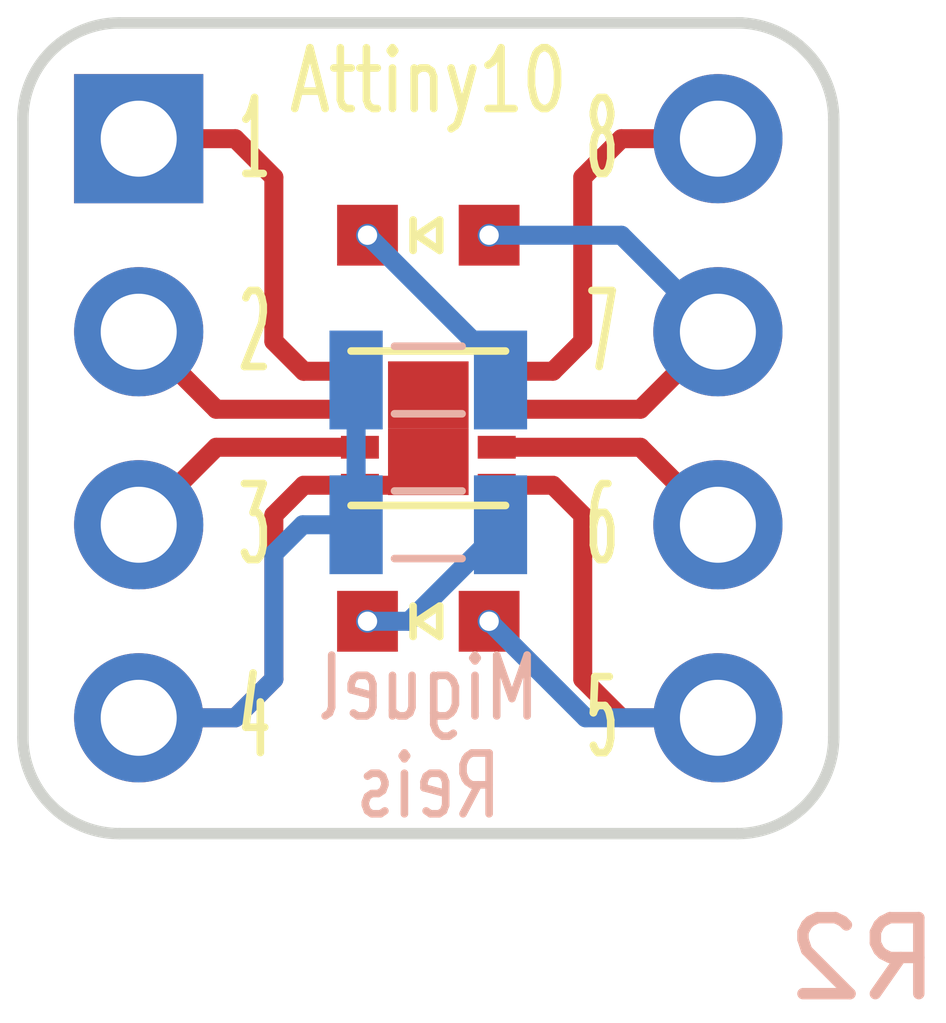
<source format=kicad_pcb>
(kicad_pcb (version 4) (host pcbnew 4.0.7)

  (general
    (links 15)
    (no_connects 0)
    (area 152.989999 107.269999 176.003572 128.1905)
    (thickness 1.6)
    (drawings 18)
    (tracks 51)
    (zones 0)
    (modules 7)
    (nets 11)
  )

  (page A4)
  (layers
    (0 F.Cu signal)
    (31 B.Cu signal)
    (32 B.Adhes user)
    (33 F.Adhes user)
    (34 B.Paste user)
    (35 F.Paste user)
    (36 B.SilkS user)
    (37 F.SilkS user)
    (38 B.Mask user)
    (39 F.Mask user)
    (40 Dwgs.User user)
    (41 Cmts.User user)
    (42 Eco1.User user)
    (43 Eco2.User user)
    (44 Edge.Cuts user)
    (45 Margin user)
    (46 B.CrtYd user hide)
    (47 F.CrtYd user hide)
    (48 B.Fab user)
    (49 F.Fab user hide)
  )

  (setup
    (last_trace_width 0.25)
    (trace_clearance 0.125)
    (zone_clearance 0.508)
    (zone_45_only no)
    (trace_min 0.125)
    (segment_width 0.2)
    (edge_width 0.15)
    (via_size 0.3)
    (via_drill 0.254)
    (via_min_size 0.3)
    (via_min_drill 0.254)
    (uvia_size 0.3)
    (uvia_drill 0.1)
    (uvias_allowed no)
    (uvia_min_size 0.2)
    (uvia_min_drill 0.1)
    (pcb_text_width 0.3)
    (pcb_text_size 1.5 1.5)
    (mod_edge_width 0.15)
    (mod_text_size 1 1)
    (mod_text_width 0.15)
    (pad_size 1.524 1.524)
    (pad_drill 0.762)
    (pad_to_mask_clearance 0.2)
    (aux_axis_origin 0 0)
    (visible_elements 7FFFFFFF)
    (pcbplotparams
      (layerselection 0x00030_80000001)
      (usegerberextensions false)
      (excludeedgelayer true)
      (linewidth 0.100000)
      (plotframeref false)
      (viasonmask false)
      (mode 1)
      (useauxorigin false)
      (hpglpennumber 1)
      (hpglpenspeed 20)
      (hpglpendiameter 15)
      (hpglpenoverlay 2)
      (psnegative false)
      (psa4output false)
      (plotreference true)
      (plotvalue true)
      (plotinvisibletext false)
      (padsonsilk false)
      (subtractmaskfromsilk false)
      (outputformat 1)
      (mirror false)
      (drillshape 0)
      (scaleselection 1)
      (outputdirectory ""))
  )

  (net 0 "")
  (net 1 /1)
  (net 2 /2)
  (net 3 /3)
  (net 4 /4)
  (net 5 /5)
  (net 6 /6)
  (net 7 /7)
  (net 8 /8)
  (net 9 "Net-(D1-Pad1)")
  (net 10 "Net-(D2-Pad1)")

  (net_class Default "Esta é a classe de net default."
    (clearance 0.125)
    (trace_width 0.25)
    (via_dia 0.3)
    (via_drill 0.254)
    (uvia_dia 0.3)
    (uvia_drill 0.1)
    (add_net /1)
    (add_net /2)
    (add_net /3)
    (add_net /4)
    (add_net /5)
    (add_net /6)
    (add_net /7)
    (add_net /8)
    (add_net "Net-(D1-Pad1)")
    (add_net "Net-(D2-Pad1)")
  )

  (module Housings_DFN_QFN:DFN-8-1EP_2x2mm_Pitch0.5mm (layer F.Cu) (tedit 5AB94AEC) (tstamp 5AB93DD7)
    (at 158.75 113.03)
    (descr "DFN8 2x2, 0.5P; CASE 506CN (see ON Semiconductor 506CN.PDF)")
    (tags "DFN 0.5")
    (path /5AB920C1)
    (attr smd)
    (fp_text reference U1 (at 10.414 -4.064) (layer F.SilkS) hide
      (effects (font (size 1 1) (thickness 0.15)))
    )
    (fp_text value ATTINY10-S (at 12.7 6.35) (layer F.Fab)
      (effects (font (size 1 1) (thickness 0.15)))
    )
    (fp_line (start -1.016 -1.016) (end 1.016 -1.016) (layer F.SilkS) (width 0.1))
    (fp_line (start -1.016 1.016) (end 1.016 1.016) (layer F.SilkS) (width 0.1))
    (fp_line (start 0 -1) (end 1 -1) (layer F.Fab) (width 0.15))
    (fp_line (start 1 -1) (end 1 1) (layer F.Fab) (width 0.15))
    (fp_line (start 1 1) (end -1 1) (layer F.Fab) (width 0.15))
    (fp_line (start -1 1) (end -1 0) (layer F.Fab) (width 0.15))
    (fp_line (start -1 0) (end 0 -1) (layer F.Fab) (width 0.15))
    (fp_line (start -1.4 -1.35) (end -1.4 1.35) (layer F.CrtYd) (width 0.05))
    (fp_line (start 1.4 -1.35) (end 1.4 1.35) (layer F.CrtYd) (width 0.05))
    (fp_line (start -1.4 -1.35) (end 1.4 -1.35) (layer F.CrtYd) (width 0.05))
    (fp_line (start -1.4 1.35) (end 1.4 1.35) (layer F.CrtYd) (width 0.05))
    (pad 1 smd rect (at -0.9 -0.75) (size 0.5 0.3) (layers F.Cu F.Paste F.Mask)
      (net 1 /1))
    (pad 2 smd rect (at -0.9 -0.25) (size 0.5 0.3) (layers F.Cu F.Paste F.Mask)
      (net 2 /2))
    (pad 3 smd rect (at -0.9 0.25) (size 0.5 0.3) (layers F.Cu F.Paste F.Mask)
      (net 3 /3))
    (pad 4 smd rect (at -0.9 0.75) (size 0.5 0.3) (layers F.Cu F.Paste F.Mask)
      (net 4 /4))
    (pad 5 smd rect (at 0.9 0.75) (size 0.5 0.3) (layers F.Cu F.Paste F.Mask)
      (net 5 /5))
    (pad 6 smd rect (at 0.9 0.25) (size 0.5 0.3) (layers F.Cu F.Paste F.Mask)
      (net 6 /6))
    (pad 7 smd rect (at 0.9 -0.25) (size 0.5 0.3) (layers F.Cu F.Paste F.Mask)
      (net 7 /7))
    (pad 8 smd rect (at 0.9 -0.75) (size 0.5 0.3) (layers F.Cu F.Paste F.Mask)
      (net 8 /8))
    (pad 4 smd rect (at 0 0.44) (size 1.06 0.88) (layers F.Cu F.Paste F.Mask)
      (net 4 /4) (solder_paste_margin_ratio -0.2))
    (pad 9 smd rect (at 0 -0.44) (size 1.06 0.88) (layers F.Cu F.Paste F.Mask)
      (solder_paste_margin_ratio -0.2))
    (model ${KISYS3DMOD}/Housings_DFN_QFN.3dshapes/DFN-8-1EP_2x2mm_Pitch0.5mm.wrl
      (at (xyz 0 0 0))
      (scale (xyz 1 1 1))
      (rotate (xyz 0 0 0))
    )
  )

  (module Resistors_SMD:R_0805 (layer B.Cu) (tedit 5AB943BD) (tstamp 5AB93A3D)
    (at 158.75 112.395)
    (descr "Resistor SMD 0805, reflow soldering, Vishay (see dcrcw.pdf)")
    (tags "resistor 0805")
    (path /5AB9399E)
    (attr smd)
    (fp_text reference R1 (at 7.935 6.1595) (layer B.SilkS) hide
      (effects (font (size 1 1) (thickness 0.15)) (justify mirror))
    )
    (fp_text value R (at 8.8875 4.191) (layer B.Fab) hide
      (effects (font (size 1 1) (thickness 0.15)) (justify mirror))
    )
    (fp_line (start 0.4445 0.4445) (end -0.4445 0.4445) (layer B.SilkS) (width 0.1))
    (fp_line (start -0.4445 -0.4445) (end 0.4445 -0.4445) (layer B.SilkS) (width 0.1))
    (fp_text user %R (at 0 0) (layer B.Fab)
      (effects (font (size 0.5 0.5) (thickness 0.075)) (justify mirror))
    )
    (fp_line (start -1 -0.62) (end -1 0.62) (layer B.Fab) (width 0.1))
    (fp_line (start 1 -0.62) (end -1 -0.62) (layer B.Fab) (width 0.1))
    (fp_line (start 1 0.62) (end 1 -0.62) (layer B.Fab) (width 0.1))
    (fp_line (start -1 0.62) (end 1 0.62) (layer B.Fab) (width 0.1))
    (fp_line (start -1.55 0.9) (end 1.55 0.9) (layer B.CrtYd) (width 0.05))
    (fp_line (start -1.55 0.9) (end -1.55 -0.9) (layer B.CrtYd) (width 0.05))
    (fp_line (start 1.55 -0.9) (end 1.55 0.9) (layer B.CrtYd) (width 0.05))
    (fp_line (start 1.55 -0.9) (end -1.55 -0.9) (layer B.CrtYd) (width 0.05))
    (pad 1 smd rect (at -0.95 0) (size 0.7 1.3) (layers B.Cu B.Paste B.Mask)
      (net 4 /4))
    (pad 2 smd rect (at 0.95 0) (size 0.7 1.3) (layers B.Cu B.Paste B.Mask)
      (net 9 "Net-(D1-Pad1)"))
    (model ${KISYS3DMOD}/Resistors_SMD.3dshapes/R_0805.wrl
      (at (xyz 0 0 0))
      (scale (xyz 1 1 1))
      (rotate (xyz 0 0 0))
    )
  )

  (module Resistors_SMD:R_0805 (layer B.Cu) (tedit 5AB94376) (tstamp 5AB93DC9)
    (at 158.75 114.3)
    (descr "Resistor SMD 0805, reflow soldering, Vishay (see dcrcw.pdf)")
    (tags "resistor 0805")
    (path /5AB93CBC)
    (attr smd)
    (fp_text reference R2 (at 5.715 5.715) (layer B.SilkS)
      (effects (font (size 1 1) (thickness 0.15)) (justify mirror))
    )
    (fp_text value R (at 0 -1.75) (layer B.Fab)
      (effects (font (size 1 1) (thickness 0.15)) (justify mirror))
    )
    (fp_line (start 0.4445 0.4445) (end -0.4445 0.4445) (layer B.SilkS) (width 0.1))
    (fp_line (start -0.4445 -0.4445) (end 0.4445 -0.4445) (layer B.SilkS) (width 0.1))
    (fp_text user %R (at 11.43 -1.27) (layer B.Fab) hide
      (effects (font (size 0.5 0.5) (thickness 0.075)) (justify mirror))
    )
    (fp_line (start -1 -0.62) (end -1 0.62) (layer B.Fab) (width 0.1))
    (fp_line (start 1 -0.62) (end -1 -0.62) (layer B.Fab) (width 0.1))
    (fp_line (start 1 0.62) (end 1 -0.62) (layer B.Fab) (width 0.1))
    (fp_line (start -1 0.62) (end 1 0.62) (layer B.Fab) (width 0.1))
    (fp_line (start -1.55 0.9) (end 1.55 0.9) (layer B.CrtYd) (width 0.05))
    (fp_line (start -1.55 0.9) (end -1.55 -0.9) (layer B.CrtYd) (width 0.05))
    (fp_line (start 1.55 -0.9) (end 1.55 0.9) (layer B.CrtYd) (width 0.05))
    (fp_line (start 1.55 -0.9) (end -1.55 -0.9) (layer B.CrtYd) (width 0.05))
    (pad 1 smd rect (at -0.95 0) (size 0.7 1.3) (layers B.Cu B.Paste B.Mask)
      (net 4 /4))
    (pad 2 smd rect (at 0.95 0) (size 0.7 1.3) (layers B.Cu B.Paste B.Mask)
      (net 10 "Net-(D2-Pad1)"))
    (model ${KISYS3DMOD}/Resistors_SMD.3dshapes/R_0805.wrl
      (at (xyz 0 0 0))
      (scale (xyz 1 1 1))
      (rotate (xyz 0 0 0))
    )
  )

  (module LEDs:LED_0603 (layer F.Cu) (tedit 5AB93F9E) (tstamp 5AB93DC3)
    (at 158.75 115.57)
    (descr "LED 0603 smd package")
    (tags "LED led 0603 SMD smd SMT smt smdled SMDLED smtled SMTLED")
    (path /5AB93CB6)
    (attr smd)
    (fp_text reference D2 (at 10.795 0) (layer F.SilkS) hide
      (effects (font (size 1 1) (thickness 0.15)))
    )
    (fp_text value LED (at 4.445 4.445) (layer F.Fab)
      (effects (font (size 1 1) (thickness 0.15)))
    )
    (fp_line (start -0.2 -0.2) (end -0.2 0.2) (layer F.SilkS) (width 0.1))
    (fp_line (start -0.15 0) (end 0.15 -0.2) (layer F.SilkS) (width 0.1))
    (fp_line (start 0.15 0.2) (end -0.15 0) (layer F.SilkS) (width 0.1))
    (fp_line (start 0.15 -0.2) (end 0.15 0.2) (layer F.SilkS) (width 0.1))
    (fp_line (start 0.8 0.4) (end -0.8 0.4) (layer F.Fab) (width 0.1))
    (fp_line (start 0.8 -0.4) (end 0.8 0.4) (layer F.Fab) (width 0.1))
    (fp_line (start -0.8 -0.4) (end 0.8 -0.4) (layer F.Fab) (width 0.1))
    (fp_line (start -0.8 0.4) (end -0.8 -0.4) (layer F.Fab) (width 0.1))
    (fp_line (start 1.45 -0.65) (end 1.45 0.65) (layer F.CrtYd) (width 0.05))
    (fp_line (start 1.45 0.65) (end -1.45 0.65) (layer F.CrtYd) (width 0.05))
    (fp_line (start -1.45 0.65) (end -1.45 -0.65) (layer F.CrtYd) (width 0.05))
    (fp_line (start -1.45 -0.65) (end 1.45 -0.65) (layer F.CrtYd) (width 0.05))
    (pad 2 smd rect (at 0.8 0 180) (size 0.8 0.8) (layers F.Cu F.Paste F.Mask)
      (net 5 /5))
    (pad 1 smd rect (at -0.8 0 180) (size 0.8 0.8) (layers F.Cu F.Paste F.Mask)
      (net 10 "Net-(D2-Pad1)"))
    (model ${KISYS3DMOD}/LEDs.3dshapes/LED_0603.wrl
      (at (xyz 0 0 0))
      (scale (xyz 1 1 1))
      (rotate (xyz 0 0 180))
    )
  )

  (module LEDs:LED_0603 (layer F.Cu) (tedit 5AB93E36) (tstamp 5AB93A37)
    (at 158.75 110.49)
    (descr "LED 0603 smd package")
    (tags "LED led 0603 SMD smd SMT smt smdled SMDLED smtled SMTLED")
    (path /5AB9396D)
    (attr smd)
    (fp_text reference D1 (at 9.055 3.048) (layer F.SilkS) hide
      (effects (font (size 1 1) (thickness 0.15)))
    )
    (fp_text value LED (at 12.7 6.35) (layer F.Fab)
      (effects (font (size 1 1) (thickness 0.15)))
    )
    (fp_line (start -0.2 -0.2) (end -0.2 0.2) (layer F.SilkS) (width 0.1))
    (fp_line (start -0.15 0) (end 0.15 -0.2) (layer F.SilkS) (width 0.1))
    (fp_line (start 0.15 0.2) (end -0.15 0) (layer F.SilkS) (width 0.1))
    (fp_line (start 0.15 -0.2) (end 0.15 0.2) (layer F.SilkS) (width 0.1))
    (fp_line (start 1.45 -0.65) (end 1.45 0.65) (layer F.CrtYd) (width 0.05))
    (fp_line (start 1.45 0.65) (end -1.45 0.65) (layer F.CrtYd) (width 0.05))
    (fp_line (start -1.45 0.65) (end -1.45 -0.65) (layer F.CrtYd) (width 0.05))
    (fp_line (start -1.45 -0.65) (end 1.45 -0.65) (layer F.CrtYd) (width 0.05))
    (pad 2 smd rect (at 0.8 0 180) (size 0.8 0.8) (layers F.Cu F.Paste F.Mask)
      (net 7 /7))
    (pad 1 smd rect (at -0.8 0 180) (size 0.8 0.8) (layers F.Cu F.Paste F.Mask)
      (net 9 "Net-(D1-Pad1)"))
    (model ${KISYS3DMOD}/LEDs.3dshapes/LED_0603.wrl
      (at (xyz 0 0 0))
      (scale (xyz 1 1 1))
      (rotate (xyz 0 0 180))
    )
  )

  (module Pin_Headers:Pin_Header_Straight_1x04_Pitch2.54mm (layer F.Cu) (tedit 5AB93421) (tstamp 5AB925F6)
    (at 154.94 109.22)
    (descr "Through hole straight pin header, 1x04, 2.54mm pitch, single row")
    (tags "Through hole pin header THT 1x04 2.54mm single row")
    (path /5AB92256)
    (fp_text reference J1 (at 14.224 15.8115) (layer F.SilkS) hide
      (effects (font (size 1 1) (thickness 0.15)))
    )
    (fp_text value Conn_01x04 (at 5.334 17.5895) (layer F.Fab)
      (effects (font (size 1 1) (thickness 0.15)))
    )
    (fp_line (start -0.635 -1.27) (end 1.27 -1.27) (layer F.Fab) (width 0.1))
    (fp_line (start 1.27 -1.27) (end 1.27 8.89) (layer F.Fab) (width 0.1))
    (fp_line (start 1.27 8.89) (end -1.27 8.89) (layer F.Fab) (width 0.1))
    (fp_line (start -1.27 8.89) (end -1.27 -0.635) (layer F.Fab) (width 0.1))
    (fp_line (start -1.27 -0.635) (end -0.635 -1.27) (layer F.Fab) (width 0.1))
    (fp_line (start -1.8 -1.8) (end -1.8 9.4) (layer F.CrtYd) (width 0.05))
    (fp_line (start -1.8 9.4) (end 1.8 9.4) (layer F.CrtYd) (width 0.05))
    (fp_line (start 1.8 9.4) (end 1.8 -1.8) (layer F.CrtYd) (width 0.05))
    (fp_line (start 1.8 -1.8) (end -1.8 -1.8) (layer F.CrtYd) (width 0.05))
    (fp_text user %R (at 0 3.81 90) (layer F.Fab)
      (effects (font (size 1 1) (thickness 0.15)))
    )
    (pad 1 thru_hole rect (at 0 0) (size 1.7 1.7) (drill 1) (layers *.Cu *.Mask)
      (net 1 /1))
    (pad 2 thru_hole oval (at 0 2.54) (size 1.7 1.7) (drill 1) (layers *.Cu *.Mask)
      (net 2 /2))
    (pad 3 thru_hole oval (at 0 5.08) (size 1.7 1.7) (drill 1) (layers *.Cu *.Mask)
      (net 3 /3))
    (pad 4 thru_hole oval (at 0 7.62) (size 1.7 1.7) (drill 1) (layers *.Cu *.Mask)
      (net 4 /4))
    (model ${KISYS3DMOD}/Pin_Headers.3dshapes/Pin_Header_Straight_1x04_Pitch2.54mm.wrl
      (at (xyz 0 0 -0.05))
      (scale (xyz 1 1 1))
      (rotate (xyz 0 180 0))
    )
  )

  (module Pin_Headers:Pin_Header_Straight_1x04_Pitch2.54mm (layer F.Cu) (tedit 5AB9342C) (tstamp 5AB925FE)
    (at 162.56 116.84 180)
    (descr "Through hole straight pin header, 1x04, 2.54mm pitch, single row")
    (tags "Through hole pin header THT 1x04 2.54mm single row")
    (path /5AB92171)
    (fp_text reference J2 (at -4.445 -10.3505 180) (layer F.SilkS) hide
      (effects (font (size 1 1) (thickness 0.15)))
    )
    (fp_text value Conn_01x04 (at 2.3495 -5.5245 180) (layer F.Fab)
      (effects (font (size 1 1) (thickness 0.15)))
    )
    (fp_line (start -0.635 -1.27) (end 1.27 -1.27) (layer F.Fab) (width 0.1))
    (fp_line (start 1.27 -1.27) (end 1.27 8.89) (layer F.Fab) (width 0.1))
    (fp_line (start 1.27 8.89) (end -1.27 8.89) (layer F.Fab) (width 0.1))
    (fp_line (start -1.27 8.89) (end -1.27 -0.635) (layer F.Fab) (width 0.1))
    (fp_line (start -1.27 -0.635) (end -0.635 -1.27) (layer F.Fab) (width 0.1))
    (fp_line (start -1.8 -1.8) (end -1.8 9.4) (layer F.CrtYd) (width 0.05))
    (fp_line (start -1.8 9.4) (end 1.8 9.4) (layer F.CrtYd) (width 0.05))
    (fp_line (start 1.8 9.4) (end 1.8 -1.8) (layer F.CrtYd) (width 0.05))
    (fp_line (start 1.8 -1.8) (end -1.8 -1.8) (layer F.CrtYd) (width 0.05))
    (fp_text user %R (at 0 3.81 270) (layer F.Fab)
      (effects (font (size 1 1) (thickness 0.15)))
    )
    (pad 1 thru_hole oval (at 0 0 180) (size 1.7 1.7) (drill 1) (layers *.Cu *.Mask)
      (net 5 /5))
    (pad 2 thru_hole oval (at 0 2.54 180) (size 1.7 1.7) (drill 1) (layers *.Cu *.Mask)
      (net 6 /6))
    (pad 3 thru_hole oval (at 0 5.08 180) (size 1.7 1.7) (drill 1) (layers *.Cu *.Mask)
      (net 7 /7))
    (pad 4 thru_hole oval (at 0 7.62 180) (size 1.7 1.7) (drill 1) (layers *.Cu *.Mask)
      (net 8 /8))
    (model ${KISYS3DMOD}/Pin_Headers.3dshapes/Pin_Header_Straight_1x04_Pitch2.54mm.wrl
      (at (xyz 0 0 -0.05))
      (scale (xyz 1 1 1))
      (rotate (xyz 0 180 0))
    )
  )

  (gr_text Attiny10 (at 158.75 108.458) (layer F.SilkS)
    (effects (font (size 0.8 0.6) (thickness 0.1)))
  )
  (gr_line (start 153.416 117.094) (end 153.416 108.966) (angle 90) (layer Edge.Cuts) (width 0.15))
  (gr_line (start 162.814 118.364) (end 154.686 118.364) (angle 90) (layer Edge.Cuts) (width 0.15))
  (gr_line (start 164.084 108.966) (end 164.084 117.094) (angle 90) (layer Edge.Cuts) (width 0.15))
  (gr_line (start 154.686 107.696) (end 162.8775 107.696) (angle 90) (layer Edge.Cuts) (width 0.15))
  (gr_arc (start 162.814 108.966) (end 162.814 107.696) (angle 90) (layer Edge.Cuts) (width 0.15))
  (gr_arc (start 154.686 108.966) (end 153.416 108.966) (angle 90) (layer Edge.Cuts) (width 0.15))
  (gr_arc (start 154.686 117.094) (end 154.686 118.364) (angle 90) (layer Edge.Cuts) (width 0.15))
  (gr_arc (start 162.814 117.094) (end 164.084 117.094) (angle 90) (layer Edge.Cuts) (width 0.15))
  (gr_text "Miguel\nReis\n" (at 158.75 117.094) (layer B.SilkS)
    (effects (font (size 0.8 0.6) (thickness 0.1)) (justify mirror))
  )
  (gr_text 8 (at 161.036 109.22) (layer F.SilkS)
    (effects (font (size 1 0.4) (thickness 0.1)))
  )
  (gr_text 7 (at 161.036 111.76) (layer F.SilkS)
    (effects (font (size 1 0.4) (thickness 0.1)))
  )
  (gr_text 6 (at 161.036 114.3) (layer F.SilkS)
    (effects (font (size 1 0.4) (thickness 0.1)))
  )
  (gr_text 5 (at 161.036 116.84) (layer F.SilkS)
    (effects (font (size 1 0.4) (thickness 0.1)))
  )
  (gr_text "4\n" (at 156.464 116.84) (layer F.SilkS)
    (effects (font (size 1 0.4) (thickness 0.1)))
  )
  (gr_text 3 (at 156.464 114.3) (layer F.SilkS)
    (effects (font (size 1 0.4) (thickness 0.1)))
  )
  (gr_text 2 (at 156.464 111.76) (layer F.SilkS)
    (effects (font (size 1 0.4) (thickness 0.1)))
  )
  (gr_text 1 (at 156.464 109.22) (layer F.SilkS)
    (effects (font (size 1 0.4) (thickness 0.1)))
  )

  (segment (start 157.111 112.28) (end 156.718 111.887) (width 0.25) (layer F.Cu) (net 1))
  (segment (start 156.21 109.22) (end 154.94 109.22) (width 0.25) (layer F.Cu) (net 1) (tstamp 5AB933A5))
  (segment (start 156.718 109.728) (end 156.21 109.22) (width 0.25) (layer F.Cu) (net 1) (tstamp 5AB933A0))
  (segment (start 156.718 111.887) (end 156.718 109.728) (width 0.25) (layer F.Cu) (net 1) (tstamp 5AB93396))
  (segment (start 157.85 112.28) (end 157.111 112.28) (width 0.25) (layer F.Cu) (net 1))
  (segment (start 157.111 112.28) (end 157.099 112.268) (width 0.25) (layer F.Cu) (net 1) (tstamp 5AB93356))
  (segment (start 155.96 112.78) (end 154.94 111.76) (width 0.25) (layer F.Cu) (net 2) (tstamp 5AB927CD))
  (segment (start 157.85 112.78) (end 155.96 112.78) (width 0.25) (layer F.Cu) (net 2))
  (segment (start 157.85 113.28) (end 155.96 113.28) (width 0.25) (layer F.Cu) (net 3))
  (segment (start 155.96 113.28) (end 154.94 114.3) (width 0.25) (layer F.Cu) (net 3) (tstamp 5AB927C9))
  (segment (start 157.85 113.78) (end 158.44 113.78) (width 0.25) (layer F.Cu) (net 4) (status C00000))
  (segment (start 158.44 113.78) (end 158.75 113.47) (width 0.25) (layer F.Cu) (net 4) (tstamp 5AB94B1C) (status C00000))
  (segment (start 154.94 116.84) (end 156.21 116.84) (width 0.25) (layer B.Cu) (net 4))
  (segment (start 157.099 114.3) (end 157.8 114.3) (width 0.25) (layer B.Cu) (net 4) (tstamp 5AB94566))
  (segment (start 156.718 114.681) (end 157.099 114.3) (width 0.25) (layer B.Cu) (net 4) (tstamp 5AB9455E))
  (segment (start 156.718 116.332) (end 156.718 114.681) (width 0.25) (layer B.Cu) (net 4) (tstamp 5AB9455D))
  (segment (start 156.21 116.84) (end 156.718 116.332) (width 0.25) (layer B.Cu) (net 4) (tstamp 5AB9455C))
  (segment (start 157.8 114.3) (end 157.8 112.395) (width 0.25) (layer B.Cu) (net 4))
  (segment (start 157.8 112.395) (end 157.8 112.71) (width 0.25) (layer B.Cu) (net 4))
  (segment (start 156.21 116.84) (end 154.94 116.84) (width 0.25) (layer F.Cu) (net 4) (tstamp 5AB9317C))
  (segment (start 156.718 116.332) (end 156.21 116.84) (width 0.25) (layer F.Cu) (net 4) (tstamp 5AB9317B))
  (segment (start 156.718 114.173) (end 156.718 116.332) (width 0.25) (layer F.Cu) (net 4) (tstamp 5AB9317A))
  (segment (start 157.111 113.78) (end 156.718 114.173) (width 0.25) (layer F.Cu) (net 4) (tstamp 5AB93179))
  (segment (start 157.85 113.78) (end 157.111 113.78) (width 0.25) (layer F.Cu) (net 4))
  (via (at 159.55 115.57) (size 0.3) (drill 0.254) (layers F.Cu B.Cu) (net 5))
  (segment (start 162.56 116.84) (end 160.82 116.84) (width 0.25) (layer B.Cu) (net 5) (tstamp 5AB93F80))
  (segment (start 160.82 116.84) (end 159.55 115.57) (width 0.25) (layer B.Cu) (net 5) (tstamp 5AB93F7F))
  (segment (start 159.65 113.78) (end 160.389 113.78) (width 0.25) (layer F.Cu) (net 5))
  (segment (start 161.29 116.84) (end 162.56 116.84) (width 0.25) (layer F.Cu) (net 5) (tstamp 5AB931CB))
  (segment (start 160.782 116.332) (end 161.29 116.84) (width 0.25) (layer F.Cu) (net 5) (tstamp 5AB931CA))
  (segment (start 160.782 114.173) (end 160.782 116.332) (width 0.25) (layer F.Cu) (net 5) (tstamp 5AB931C9))
  (segment (start 160.389 113.78) (end 160.782 114.173) (width 0.25) (layer F.Cu) (net 5) (tstamp 5AB931C8))
  (segment (start 159.65 113.28) (end 161.54 113.28) (width 0.25) (layer F.Cu) (net 6))
  (segment (start 161.54 113.28) (end 162.56 114.3) (width 0.25) (layer F.Cu) (net 6) (tstamp 5AB927C1))
  (via (at 159.55 110.49) (size 0.3) (drill 0.254) (layers F.Cu B.Cu) (net 7))
  (segment (start 162.56 111.76) (end 161.29 110.49) (width 0.25) (layer B.Cu) (net 7) (tstamp 5AB93F56))
  (segment (start 161.29 110.49) (end 159.55 110.49) (width 0.25) (layer B.Cu) (net 7) (tstamp 5AB93F55))
  (segment (start 159.65 112.78) (end 161.54 112.78) (width 0.25) (layer F.Cu) (net 7))
  (segment (start 161.54 112.78) (end 162.56 111.76) (width 0.25) (layer F.Cu) (net 7) (tstamp 5AB927C5))
  (segment (start 161.29 109.22) (end 162.56 109.22) (width 0.25) (layer F.Cu) (net 8) (tstamp 5AB931F5))
  (segment (start 160.782 109.728) (end 161.29 109.22) (width 0.25) (layer F.Cu) (net 8) (tstamp 5AB931F4))
  (segment (start 160.782 111.887) (end 160.782 109.728) (width 0.25) (layer F.Cu) (net 8) (tstamp 5AB931F3))
  (segment (start 160.389 112.28) (end 160.782 111.887) (width 0.25) (layer F.Cu) (net 8) (tstamp 5AB931F2))
  (segment (start 159.65 112.28) (end 160.389 112.28) (width 0.25) (layer F.Cu) (net 8) (tstamp 5AB931F1))
  (via (at 157.95 110.49) (size 0.3) (drill 0.254) (layers F.Cu B.Cu) (net 9))
  (segment (start 157.95 110.49) (end 159.7 112.24) (width 0.25) (layer B.Cu) (net 9) (tstamp 5AB93F66))
  (segment (start 159.7 112.24) (end 159.7 112.395) (width 0.25) (layer B.Cu) (net 9) (tstamp 5AB93F67))
  (via (at 157.95 115.57) (size 0.3) (drill 0.254) (layers F.Cu B.Cu) (net 10))
  (segment (start 159.7 114.366) (end 158.496 115.57) (width 0.25) (layer B.Cu) (net 10) (tstamp 5AB93F77))
  (segment (start 158.496 115.57) (end 157.95 115.57) (width 0.25) (layer B.Cu) (net 10) (tstamp 5AB93F76))
  (segment (start 159.7 114.366) (end 159.7 114.3) (width 0.25) (layer B.Cu) (net 10) (tstamp 5AB93F78))

)

</source>
